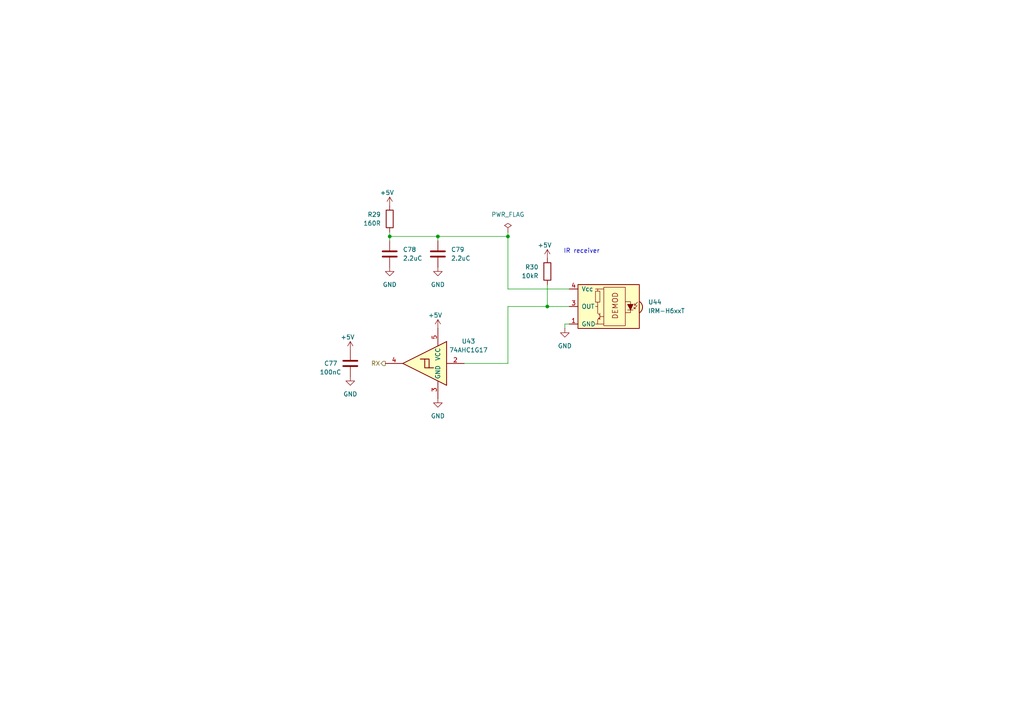
<source format=kicad_sch>
(kicad_sch (version 20250114) (generator "eeschema") (generator_version "9.0")
  (paper "A4")
  (lib_symbols
    (symbol "74xGxx:74LVC1G17"
      (property "Reference" "U" (at 0 3.81 0))
      (property "Value" "74LVC1G17" (at 0 -3.81 0))
      (symbol "74LVC1G17_0_1"
        (polyline (pts (xy -7.62 6.35) (xy -7.62 -6.35) (xy 5.08 0) (xy -7.62 6.35)) (stroke (width 0.254)) (fill (type background)))
        (polyline (pts (xy -3.81 -1.27) (xy -2.54 -1.27) (xy -2.54 1.27) (xy -1.27 1.27)) (stroke (width 0.254)) (fill (type background)))
        (polyline (pts (xy -2.54 -1.27) (xy -1.27 -1.27) (xy -1.27 1.27) (xy 0 1.27)) (stroke (width 0.254)) (fill (type background)))
      )
      (symbol "74LVC1G17_1_1"
        (pin input line (at -12.7 0 0) (length 5.08) (name "~") (number "2"))
        (pin no_connect line (at -7.62 5.08 180) (length 5.08) (hide yes) (name "NC") (number "1"))
        (pin power_in line (at -5.08 10.16 270) (length 5.08) (name "VCC") (number "5"))
        (pin power_in line (at -5.08 -10.16 90) (length 5.08) (name "GND") (number "3"))
        (pin output line (at 10.16 0 180) (length 5.08) (name "~") (number "4"))
      )
    )
    (symbol "Device:C" (pin_numbers (hide yes)) (pin_names (offset 0.254))
      (property "Reference" "C" (at 0.635 2.54 0))
      (property "Value" "C" (at 0.635 -2.54 0))
      (symbol "C_0_1"
        (polyline (pts (xy -2.032 0.762) (xy 2.032 0.762)) (stroke (width 0.508)))
        (polyline (pts (xy -2.032 -0.762) (xy 2.032 -0.762)) (stroke (width 0.508)))
      )
      (symbol "C_1_1"
        (pin passive line (at 0 3.81 270) (length 2.794) (name "~") (number "1"))
        (pin passive line (at 0 -3.81 90) (length 2.794) (name "~") (number "2"))
      )
    )
    (symbol "Device:R" (pin_numbers (hide yes)) (pin_names (offset 0))
      (property "Reference" "R" (at 2.032 0 90))
      (property "Value" "R" (at 0 0 90))
      (symbol "R_0_1"
        (rectangle (start -1.016 -2.54) (end 1.016 2.54) (stroke (width 0.254)))
      )
      (symbol "R_1_1"
        (pin passive line (at 0 3.81 270) (length 1.27) (name "~") (number "1"))
        (pin passive line (at 0 -3.81 90) (length 1.27) (name "~") (number "2"))
      )
    )
    (symbol "Interface_Optical:IRM-H6xxT" (pin_names (offset 1.016))
      (property "Reference" "U" (at -10.16 7.62 0))
      (property "Value" "IRM-H6xxT" (at -10.16 -7.62 0))
      (symbol "IRM-H6xxT_0_0"
        (arc (start -10.287 -1.778) (mid -11.0899 -0.1905) (end -10.287 1.397) (stroke (width 0.254)) (fill (type background)))
        (polyline (pts (xy 1.905 5.08) (xy 0.127 5.08)))
        (polyline (pts (xy 1.905 -5.08) (xy 0.127 -5.08)))
        (text "DEMOD" (at -3.175 0.254 900) (effects (font (size 1.524 1.524))))
      )
      (symbol "IRM-H6xxT_0_1"
        (polyline (pts (xy -8.763 0.381) (xy -9.652 1.27)))
        (polyline (pts (xy -8.763 0.381) (xy -9.271 0.381)))
        (polyline (pts (xy -8.763 0.381) (xy -8.763 0.889)))
        (polyline (pts (xy -8.636 -0.635) (xy -9.525 0.254)))
        (polyline (pts (xy -8.636 -0.635) (xy -9.144 -0.635)))
        (polyline (pts (xy -8.636 -0.635) (xy -8.636 -0.127)))
        (polyline (pts (xy -8.382 0.635) (xy -6.731 0.635) (xy -7.62 -1.016) (xy -8.382 0.635)) (fill (type outline)))
        (polyline (pts (xy -8.382 -1.016) (xy -6.731 -1.016)))
        (rectangle (start -6.096 5.588) (end 0.127 -5.588))
        (polyline (pts (xy -6.096 1.397) (xy -7.62 1.397) (xy -7.62 -1.778) (xy -6.096 -1.778)))
        (polyline (pts (xy 1.27 -1.905) (xy 1.27 -3.81)))
        (polyline (pts (xy 1.27 -2.54) (xy 1.905 -1.905) (xy 1.905 0) (xy 2.54 0)))
        (polyline (pts (xy 1.27 -2.921) (xy 0.127 -2.921)))
        (polyline (pts (xy 1.27 -3.175) (xy 1.905 -3.81) (xy 1.905 -5.08) (xy 2.54 -5.08)))
        (polyline (pts (xy 1.397 -3.556) (xy 1.524 -3.556)))
        (polyline (pts (xy 1.651 -3.556) (xy 1.524 -3.556)))
        (polyline (pts (xy 1.651 -3.556) (xy 1.651 -3.302)))
        (polyline (pts (xy 1.905 4.445) (xy 1.905 5.08) (xy 2.54 5.08)))
        (polyline (pts (xy 1.905 0) (xy 1.905 1.27)))
        (rectangle (start 2.54 1.27) (end 1.27 4.445))
        (rectangle (start 7.62 6.35) (end -10.16 -6.35) (stroke (width 0.254)) (fill (type background)))
      )
      (symbol "IRM-H6xxT_1_1"
        (pin power_in line (at 10.16 5.08 180) (length 2.54) (name "Vcc") (number "4"))
        (pin output line (at 10.16 0 180) (length 2.54) (name "OUT") (number "3"))
        (pin power_in line (at 10.16 -5.08 180) (length 2.54) (name "GND") (number "1"))
        (pin passive line (at 10.16 -5.08 180) (length 2.54) (hide yes) (name "GND") (number "2"))
      )
    )
    (symbol "power:+5V" (power) (pin_numbers (hide yes)) (pin_names (offset 0) (hide yes))
      (property "Value" "+5V" (at 0 3.556 0))
      (symbol "+5V_0_1"
        (polyline (pts (xy -0.762 1.27) (xy 0 2.54)))
        (polyline (pts (xy 0 2.54) (xy 0.762 1.27)))
        (polyline (pts (xy 0 0) (xy 0 2.54)))
      )
      (symbol "+5V_1_1"
        (pin power_in line (at 0 0 90) (length 0) (name "~") (number "1"))
      )
    )
    (symbol "power:GND" (power) (pin_numbers (hide yes)) (pin_names (offset 0) (hide yes))
      (property "Value" "GND" (at 0 -3.81 0))
      (symbol "GND_0_1"
        (polyline (pts (xy 0 0) (xy 0 -1.27) (xy 1.27 -1.27) (xy 0 -2.54) (xy -1.27 -1.27) (xy 0 -1.27)))
      )
      (symbol "GND_1_1"
        (pin power_in line (at 0 0 270) (length 0) (name "~") (number "1"))
      )
    )
    (symbol "power:PWR_FLAG" (power) (pin_numbers (hide yes)) (pin_names (offset 0) (hide yes))
      (property "Value" "PWR_FLAG" (at 0 3.81 0))
      (symbol "PWR_FLAG_0_0"
        (pin power_out line (at 0 0 90) (length 0) (name "~") (number "1"))
      )
      (symbol "PWR_FLAG_0_1"
        (polyline (pts (xy 0 0) (xy 0 1.27) (xy -1.016 1.905) (xy 0 2.54) (xy 1.016 1.905) (xy 0 1.27)))
      )
    )
  )
  (text "IR receiver" (at 173.99 73.66 0) (effects (font (size 1.27 1.27)) (justify right bottom)))
  (junction (at 147.32 68.58))
  (junction (at 113.03 68.58))
  (junction (at 158.75 88.9))
  (junction (at 127 68.58))
  (wire (pts (xy 158.75 88.9) (xy 158.75 82.55)))
  (wire (pts (xy 147.32 67.31) (xy 147.32 68.58)))
  (wire (pts (xy 113.03 67.31) (xy 113.03 68.58)))
  (wire (pts (xy 127 68.58) (xy 147.32 68.58)))
  (wire (pts (xy 147.32 68.58) (xy 147.32 83.82)))
  (wire (pts (xy 113.03 68.58) (xy 113.03 69.85)))
  (wire (pts (xy 163.83 93.98) (xy 165.1 93.98)))
  (wire (pts (xy 134.62 105.41) (xy 147.32 105.41)))
  (wire (pts (xy 113.03 68.58) (xy 127 68.58)))
  (wire (pts (xy 163.83 95.25) (xy 163.83 93.98)))
  (wire (pts (xy 158.75 88.9) (xy 147.32 88.9)))
  (wire (pts (xy 127 68.58) (xy 127 69.85)))
  (wire (pts (xy 165.1 88.9) (xy 158.75 88.9)))
  (wire (pts (xy 147.32 83.82) (xy 165.1 83.82)))
  (wire (pts (xy 147.32 105.41) (xy 147.32 88.9)))
  (hierarchical_label "RX" (shape output) (at 111.76 105.41 180))
  (symbol (lib_id "power:+5V") (at 158.75 74.93 0) (mirror y) (unit 1)
    (property "Reference" "#PWR0261" (effects (hide yes)))
    (property "Value" "+5V" (at 160.02 71.12 0) (effects (justify left)))
  )
  (symbol (lib_id "power:+5V") (at 101.6 101.6 0) (mirror y) (unit 1)
    (property "Reference" "#PWR0254" (effects (hide yes)))
    (property "Value" "+5V" (at 102.87 97.79 0) (effects (justify left)))
  )
  (symbol (lib_id "power:PWR_FLAG") (at 147.32 67.31 0) (unit 1)
    (property "Reference" "#FLG01" (effects (hide yes)))
    (property "Value" "PWR_FLAG" (at 147.32 62.23 0))
    (property "Description" "Special symbol for telling ERC where power comes from" (effects (hide yes)))
  )
  (symbol (lib_id "Device:R") (at 158.75 78.74 0) (mirror y) (unit 1)
    (property "Reference" "R30" (at 156.21 77.4699 0) (effects (justify left)))
    (property "Value" "10kR" (at 156.21 80.0099 0) (effects (justify left)))
    (property "Footprint" "Resistor_SMD:R_0805_2012Metric" (effects (hide yes)))
  )
  (symbol (lib_id "Device:C") (at 113.03 73.66 0) (unit 1)
    (property "Reference" "C78" (at 116.84 72.3899 0) (effects (justify left)))
    (property "Value" "2.2uC" (at 116.84 74.9299 0) (effects (justify left)))
    (property "Footprint" "Capacitor_SMD:C_0805_2012Metric" (effects (hide yes)))
    (property "Description" "Unpolarized capacitor" (effects (hide yes)))
    (property "Status" "OK" (effects (hide yes)))
  )
  (symbol (lib_id "Device:C") (at 101.6 105.41 0) (unit 1)
    (property "Reference" "C77" (at 93.98 105.41 0) (effects (justify left)))
    (property "Value" "100nC" (at 92.71 107.95 0) (effects (justify left)))
    (property "Footprint" "Capacitor_SMD:C_0805_2012Metric" (effects (hide yes)))
  )
  (symbol (lib_id "power:GND") (at 163.83 95.25 0) (mirror y) (unit 1)
    (property "Reference" "#PWR0262" (effects (hide yes)))
    (property "Value" "GND" (at 163.83 100.33 0))
  )
  (symbol (lib_id "power:+5V") (at 113.03 59.69 0) (mirror y) (unit 1)
    (property "Reference" "#PWR0256" (effects (hide yes)))
    (property "Value" "+5V" (at 114.3 55.88 0) (effects (justify left)))
  )
  (symbol (lib_id "power:GND") (at 127 77.47 0) (mirror y) (unit 1)
    (property "Reference" "#PWR0258" (effects (hide yes)))
    (property "Value" "GND" (at 127 82.55 0))
  )
  (symbol (lib_id "power:GND") (at 101.6 109.22 0) (unit 1)
    (property "Reference" "#PWR0255" (effects (hide yes)))
    (property "Value" "GND" (at 101.6 114.3 0))
    (property "Description" "Power symbol creates a global label with name \"GND\" , ground" (effects (hide yes)))
  )
  (symbol (lib_id "74xGxx:74LVC1G17") (at 121.92 105.41 0) (mirror y) (unit 1)
    (property "Reference" "U43" (at 135.89 98.9898 0))
    (property "Value" "74AHC1G17" (at 135.89 101.5298 0))
    (property "Footprint" "Package_TO_SOT_SMD:SC-74A-5_1.55x2.9mm_P0.95mm" (effects (hide yes)))
    (property "Datasheet" "https://assets.nexperia.com/documents/data-sheet/74AHC_AHCT1G17.pdf" (effects (hide yes)))
    (property "Description" "Single Schmitt Buffer Gate, Low-Voltage CMOS" (effects (hide yes)))
    (property "MPN" "74AHC1G17GVH" (effects (hide yes)))
  )
  (symbol (lib_id "Device:C") (at 127 73.66 0) (unit 1)
    (property "Reference" "C79" (at 130.81 72.3899 0) (effects (justify left)))
    (property "Value" "2.2uC" (at 130.81 74.9299 0) (effects (justify left)))
    (property "Footprint" "Capacitor_SMD:C_0805_2012Metric" (effects (hide yes)))
    (property "Description" "Unpolarized capacitor" (effects (hide yes)))
    (property "Status" "OK" (effects (hide yes)))
  )
  (symbol (lib_id "Interface_Optical:IRM-H6xxT") (at 175.26 88.9 0) (mirror y) (unit 1)
    (property "Reference" "U44" (at 187.96 87.6299 0) (effects (justify right)))
    (property "Value" "IRM-H6xxT" (at 187.96 90.1699 0) (effects (justify right)))
    (property "Footprint" "OptoDevice_custom:Everlight_IRM-H6xxT" (effects (hide yes)))
    (property "Datasheet" "https://en.everlight.com/wp-content/plugins/ItemRelationship/product_files/pdf/DMO-0000004-IRM-H6XX-TR2_Series_Datasheet_V4.pdf" (effects (hide yes)))
    (property "Description" "IR Receiver Modules for remote controls" (effects (hide yes)))
    (property "MPN" "IRM-H638J7/TR2(CLW)" (effects (hide yes)))
  )
  (symbol (lib_id "power:GND") (at 113.03 77.47 0) (mirror y) (unit 1)
    (property "Reference" "#PWR0257" (effects (hide yes)))
    (property "Value" "GND" (at 113.03 82.55 0))
  )
  (symbol (lib_id "power:+5V") (at 127 95.25 0) (mirror y) (unit 1)
    (property "Reference" "#PWR0259" (effects (hide yes)))
    (property "Value" "+5V" (at 128.27 91.44 0) (effects (justify left)))
  )
  (symbol (lib_id "power:GND") (at 127 115.57 0) (mirror y) (unit 1)
    (property "Reference" "#PWR0260" (effects (hide yes)))
    (property "Value" "GND" (at 127 120.65 0))
  )
  (symbol (lib_id "Device:R") (at 113.03 63.5 0) (mirror x) (unit 1)
    (property "Reference" "R29" (at 110.49 62.2299 0) (effects (justify right)))
    (property "Value" "160R" (at 110.49 64.7699 0) (effects (justify right)))
    (property "Footprint" "Resistor_SMD:R_0805_2012Metric" (effects (hide yes)))
    (property "Datasheet" "https://datasheet.lcsc.com/lcsc/2012011712_YAGEO-AC0805FR-7W160RL_C727986.pdf" (effects (hide yes)))
    (property "MPN" "AC0805FR-7W160RL" (effects (hide yes)))
  )
)
</source>
